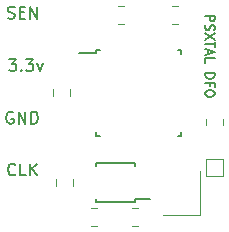
<source format=gbr>
%TF.GenerationSoftware,KiCad,Pcbnew,(6.0.10)*%
%TF.CreationDate,2024-01-30T23:07:22+11:00*%
%TF.ProjectId,DFO,44464f2e-6b69-4636-9164-5f7063625858,rev?*%
%TF.SameCoordinates,Original*%
%TF.FileFunction,Legend,Top*%
%TF.FilePolarity,Positive*%
%FSLAX46Y46*%
G04 Gerber Fmt 4.6, Leading zero omitted, Abs format (unit mm)*
G04 Created by KiCad (PCBNEW (6.0.10)) date 2024-01-30 23:07:22*
%MOMM*%
%LPD*%
G01*
G04 APERTURE LIST*
%ADD10C,0.150000*%
%ADD11C,0.200000*%
%ADD12C,0.120000*%
G04 APERTURE END LIST*
D10*
X93698095Y-68730000D02*
X93602857Y-68682380D01*
X93460000Y-68682380D01*
X93317142Y-68730000D01*
X93221904Y-68825238D01*
X93174285Y-68920476D01*
X93126666Y-69110952D01*
X93126666Y-69253809D01*
X93174285Y-69444285D01*
X93221904Y-69539523D01*
X93317142Y-69634761D01*
X93460000Y-69682380D01*
X93555238Y-69682380D01*
X93698095Y-69634761D01*
X93745714Y-69587142D01*
X93745714Y-69253809D01*
X93555238Y-69253809D01*
X94174285Y-69682380D02*
X94174285Y-68682380D01*
X94745714Y-69682380D01*
X94745714Y-68682380D01*
X95221904Y-69682380D02*
X95221904Y-68682380D01*
X95460000Y-68682380D01*
X95602857Y-68730000D01*
X95698095Y-68825238D01*
X95745714Y-68920476D01*
X95793333Y-69110952D01*
X95793333Y-69253809D01*
X95745714Y-69444285D01*
X95698095Y-69539523D01*
X95602857Y-69634761D01*
X95460000Y-69682380D01*
X95221904Y-69682380D01*
X93341428Y-64222380D02*
X93960476Y-64222380D01*
X93627142Y-64603333D01*
X93770000Y-64603333D01*
X93865238Y-64650952D01*
X93912857Y-64698571D01*
X93960476Y-64793809D01*
X93960476Y-65031904D01*
X93912857Y-65127142D01*
X93865238Y-65174761D01*
X93770000Y-65222380D01*
X93484285Y-65222380D01*
X93389047Y-65174761D01*
X93341428Y-65127142D01*
X94389047Y-65127142D02*
X94436666Y-65174761D01*
X94389047Y-65222380D01*
X94341428Y-65174761D01*
X94389047Y-65127142D01*
X94389047Y-65222380D01*
X94770000Y-64222380D02*
X95389047Y-64222380D01*
X95055714Y-64603333D01*
X95198571Y-64603333D01*
X95293809Y-64650952D01*
X95341428Y-64698571D01*
X95389047Y-64793809D01*
X95389047Y-65031904D01*
X95341428Y-65127142D01*
X95293809Y-65174761D01*
X95198571Y-65222380D01*
X94912857Y-65222380D01*
X94817619Y-65174761D01*
X94770000Y-65127142D01*
X95722380Y-64555714D02*
X95960476Y-65222380D01*
X96198571Y-64555714D01*
D11*
X109958095Y-60545714D02*
X110758095Y-60545714D01*
X110758095Y-60850476D01*
X110720000Y-60926666D01*
X110681904Y-60964761D01*
X110605714Y-61002857D01*
X110491428Y-61002857D01*
X110415238Y-60964761D01*
X110377142Y-60926666D01*
X110339047Y-60850476D01*
X110339047Y-60545714D01*
X109996190Y-61307619D02*
X109958095Y-61421904D01*
X109958095Y-61612380D01*
X109996190Y-61688571D01*
X110034285Y-61726666D01*
X110110476Y-61764761D01*
X110186666Y-61764761D01*
X110262857Y-61726666D01*
X110300952Y-61688571D01*
X110339047Y-61612380D01*
X110377142Y-61460000D01*
X110415238Y-61383809D01*
X110453333Y-61345714D01*
X110529523Y-61307619D01*
X110605714Y-61307619D01*
X110681904Y-61345714D01*
X110720000Y-61383809D01*
X110758095Y-61460000D01*
X110758095Y-61650476D01*
X110720000Y-61764761D01*
X110758095Y-62031428D02*
X109958095Y-62564761D01*
X110758095Y-62564761D02*
X109958095Y-62031428D01*
X110758095Y-62755238D02*
X110758095Y-63212380D01*
X109958095Y-62983809D02*
X110758095Y-62983809D01*
X110186666Y-63440952D02*
X110186666Y-63821904D01*
X109958095Y-63364761D02*
X110758095Y-63631428D01*
X109958095Y-63898095D01*
X109958095Y-64545714D02*
X109958095Y-64164761D01*
X110758095Y-64164761D01*
X109958095Y-65421904D02*
X110758095Y-65421904D01*
X110758095Y-65612380D01*
X110720000Y-65726666D01*
X110643809Y-65802857D01*
X110567619Y-65840952D01*
X110415238Y-65879047D01*
X110300952Y-65879047D01*
X110148571Y-65840952D01*
X110072380Y-65802857D01*
X109996190Y-65726666D01*
X109958095Y-65612380D01*
X109958095Y-65421904D01*
X110377142Y-66488571D02*
X110377142Y-66221904D01*
X109958095Y-66221904D02*
X110758095Y-66221904D01*
X110758095Y-66602857D01*
X110758095Y-67060000D02*
X110758095Y-67212380D01*
X110720000Y-67288571D01*
X110643809Y-67364761D01*
X110491428Y-67402857D01*
X110224761Y-67402857D01*
X110072380Y-67364761D01*
X109996190Y-67288571D01*
X109958095Y-67212380D01*
X109958095Y-67060000D01*
X109996190Y-66983809D01*
X110072380Y-66907619D01*
X110224761Y-66869523D01*
X110491428Y-66869523D01*
X110643809Y-66907619D01*
X110720000Y-66983809D01*
X110758095Y-67060000D01*
D10*
X93258095Y-60744761D02*
X93400952Y-60792380D01*
X93639047Y-60792380D01*
X93734285Y-60744761D01*
X93781904Y-60697142D01*
X93829523Y-60601904D01*
X93829523Y-60506666D01*
X93781904Y-60411428D01*
X93734285Y-60363809D01*
X93639047Y-60316190D01*
X93448571Y-60268571D01*
X93353333Y-60220952D01*
X93305714Y-60173333D01*
X93258095Y-60078095D01*
X93258095Y-59982857D01*
X93305714Y-59887619D01*
X93353333Y-59840000D01*
X93448571Y-59792380D01*
X93686666Y-59792380D01*
X93829523Y-59840000D01*
X94258095Y-60268571D02*
X94591428Y-60268571D01*
X94734285Y-60792380D02*
X94258095Y-60792380D01*
X94258095Y-59792380D01*
X94734285Y-59792380D01*
X95162857Y-60792380D02*
X95162857Y-59792380D01*
X95734285Y-60792380D01*
X95734285Y-59792380D01*
X93884761Y-73977142D02*
X93837142Y-74024761D01*
X93694285Y-74072380D01*
X93599047Y-74072380D01*
X93456190Y-74024761D01*
X93360952Y-73929523D01*
X93313333Y-73834285D01*
X93265714Y-73643809D01*
X93265714Y-73500952D01*
X93313333Y-73310476D01*
X93360952Y-73215238D01*
X93456190Y-73120000D01*
X93599047Y-73072380D01*
X93694285Y-73072380D01*
X93837142Y-73120000D01*
X93884761Y-73167619D01*
X94789523Y-74072380D02*
X94313333Y-74072380D01*
X94313333Y-73072380D01*
X95122857Y-74072380D02*
X95122857Y-73072380D01*
X95694285Y-74072380D02*
X95265714Y-73500952D01*
X95694285Y-73072380D02*
X95122857Y-73643809D01*
%TO.C,*%
D12*
%TO.C,X1*%
X106409998Y-77460000D02*
X109559998Y-77460000D01*
X109559998Y-77460000D02*
X109559998Y-73660000D01*
%TO.C,REF\u002A\u002A*%
X97055000Y-67317252D02*
X97055000Y-66794748D01*
X98525000Y-67317252D02*
X98525000Y-66794748D01*
X97309000Y-74937252D02*
X97309000Y-74414748D01*
X98779000Y-74937252D02*
X98779000Y-74414748D01*
D10*
%TO.C,U1*%
X104037000Y-72985000D02*
X104037000Y-73285000D01*
X104037000Y-76110000D02*
X105262000Y-76110000D01*
X104037000Y-76335000D02*
X100687000Y-76335000D01*
X104037000Y-72985000D02*
X100687000Y-72985000D01*
X104037000Y-76335000D02*
X104037000Y-76110000D01*
X100687000Y-72985000D02*
X100687000Y-73285000D01*
X100687000Y-76335000D02*
X100687000Y-76035000D01*
%TO.C,U2*%
X107955000Y-63495000D02*
X107630000Y-63495000D01*
X100705000Y-63495000D02*
X100705000Y-63720000D01*
X100705000Y-63720000D02*
X99280000Y-63720000D01*
X100705000Y-70745000D02*
X100705000Y-70420000D01*
X100705000Y-70745000D02*
X101030000Y-70745000D01*
X107955000Y-63495000D02*
X107955000Y-63820000D01*
X107955000Y-70745000D02*
X107630000Y-70745000D01*
X100705000Y-63495000D02*
X101030000Y-63495000D01*
X107955000Y-70745000D02*
X107955000Y-70420000D01*
D12*
%TO.C,REF\u002A\u002A*%
X110015000Y-69811252D02*
X110015000Y-69288748D01*
X111485000Y-69811252D02*
X111485000Y-69288748D01*
%TO.C,*%
X111444000Y-74106000D02*
X110044000Y-74106000D01*
X111444000Y-72706000D02*
X111444000Y-74106000D01*
X110044000Y-72706000D02*
X111444000Y-72706000D01*
X110044000Y-74106000D02*
X110044000Y-72706000D01*
%TO.C,REF\u002A\u002A*%
X103788748Y-76865000D02*
X104311252Y-76865000D01*
X103788748Y-78335000D02*
X104311252Y-78335000D01*
X100288748Y-76865000D02*
X100811252Y-76865000D01*
X100288748Y-78335000D02*
X100811252Y-78335000D01*
X107138748Y-59765000D02*
X107661252Y-59765000D01*
X107138748Y-61235000D02*
X107661252Y-61235000D01*
X102538748Y-61235000D02*
X103061252Y-61235000D01*
X102538748Y-59765000D02*
X103061252Y-59765000D01*
%TD*%
M02*

</source>
